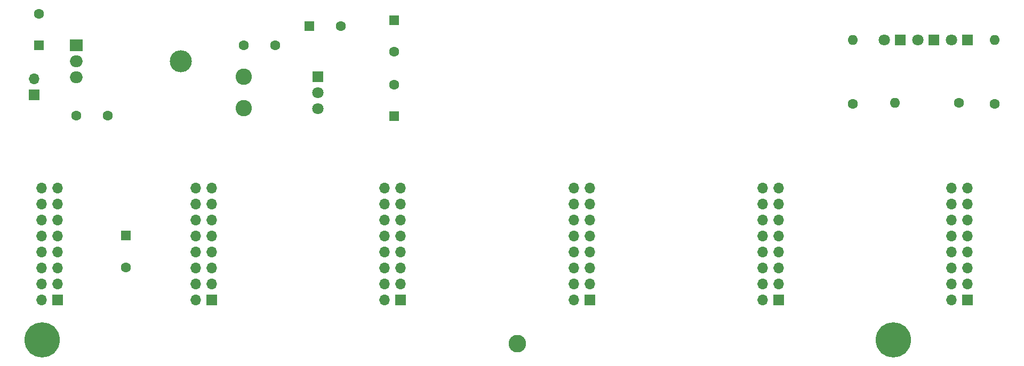
<source format=gbr>
%TF.GenerationSoftware,KiCad,Pcbnew,(6.0.1)*%
%TF.CreationDate,2023-10-18T23:48:23-07:00*%
%TF.ProjectId,Melper,4d656c70-6572-42e6-9b69-6361645f7063,3.0*%
%TF.SameCoordinates,Original*%
%TF.FileFunction,Soldermask,Bot*%
%TF.FilePolarity,Negative*%
%FSLAX46Y46*%
G04 Gerber Fmt 4.6, Leading zero omitted, Abs format (unit mm)*
G04 Created by KiCad (PCBNEW (6.0.1)) date 2023-10-18 23:48:23*
%MOMM*%
%LPD*%
G01*
G04 APERTURE LIST*
%ADD10R,1.700000X1.700000*%
%ADD11O,1.700000X1.700000*%
%ADD12C,5.600000*%
%ADD13R,1.600000X1.600000*%
%ADD14C,1.600000*%
%ADD15R,1.800000X1.800000*%
%ADD16C,1.800000*%
%ADD17O,1.600000X1.600000*%
%ADD18O,3.500000X3.500000*%
%ADD19R,2.000000X1.905000*%
%ADD20O,2.000000X1.905000*%
%ADD21C,2.800000*%
%ADD22C,2.600000*%
G04 APERTURE END LIST*
D10*
%TO.C,J7*%
X44300000Y-55650000D03*
D11*
X44300000Y-53110000D03*
%TD*%
D10*
%TO.C,J1*%
X48050000Y-88250000D03*
D11*
X45510000Y-88250000D03*
X48050000Y-85710000D03*
X45510000Y-85710000D03*
X48050000Y-83170000D03*
X45510000Y-83170000D03*
X48050000Y-80630000D03*
X45510000Y-80630000D03*
X48050000Y-78090000D03*
X45510000Y-78090000D03*
X48050000Y-75550000D03*
X45510000Y-75550000D03*
X48050000Y-73010000D03*
X45510000Y-73010000D03*
X48050000Y-70470000D03*
X45510000Y-70470000D03*
%TD*%
D12*
%TO.C,H2*%
X180760000Y-94600000D03*
%TD*%
D13*
%TO.C,C5*%
X101500000Y-43867349D03*
D14*
X101500000Y-48867349D03*
%TD*%
D15*
%TO.C,D1*%
X181795000Y-47000000D03*
D16*
X179255000Y-47000000D03*
%TD*%
D15*
%TO.C,D2*%
X187135000Y-47000000D03*
D16*
X184595000Y-47000000D03*
%TD*%
D10*
%TO.C,J5*%
X162540000Y-88280000D03*
D11*
X160000000Y-88280000D03*
X162540000Y-85740000D03*
X160000000Y-85740000D03*
X162540000Y-83200000D03*
X160000000Y-83200000D03*
X162540000Y-80660000D03*
X160000000Y-80660000D03*
X162540000Y-78120000D03*
X160000000Y-78120000D03*
X162540000Y-75580000D03*
X160000000Y-75580000D03*
X162540000Y-73040000D03*
X160000000Y-73040000D03*
X162540000Y-70500000D03*
X160000000Y-70500000D03*
%TD*%
D10*
%TO.C,J3*%
X102540000Y-88280000D03*
D11*
X100000000Y-88280000D03*
X102540000Y-85740000D03*
X100000000Y-85740000D03*
X102540000Y-83200000D03*
X100000000Y-83200000D03*
X102540000Y-80660000D03*
X100000000Y-80660000D03*
X102540000Y-78120000D03*
X100000000Y-78120000D03*
X102540000Y-75580000D03*
X100000000Y-75580000D03*
X102540000Y-73040000D03*
X100000000Y-73040000D03*
X102540000Y-70500000D03*
X100000000Y-70500000D03*
%TD*%
D15*
%TO.C,U2*%
X89400000Y-52805000D03*
D16*
X89400000Y-55345000D03*
X89400000Y-57885000D03*
%TD*%
D10*
%TO.C,J4*%
X132540000Y-88280000D03*
D11*
X130000000Y-88280000D03*
X132540000Y-85740000D03*
X130000000Y-85740000D03*
X132540000Y-83200000D03*
X130000000Y-83200000D03*
X132540000Y-80660000D03*
X130000000Y-80660000D03*
X132540000Y-78120000D03*
X130000000Y-78120000D03*
X132540000Y-75580000D03*
X130000000Y-75580000D03*
X132540000Y-73040000D03*
X130000000Y-73040000D03*
X132540000Y-70500000D03*
X130000000Y-70500000D03*
%TD*%
D13*
%TO.C,C7*%
X58900000Y-78082651D03*
D14*
X58900000Y-83082651D03*
%TD*%
%TO.C,R1*%
X174260000Y-57140000D03*
D17*
X174260000Y-46980000D03*
%TD*%
D13*
%TO.C,C6*%
X101500000Y-59042651D03*
D14*
X101500000Y-54042651D03*
%TD*%
%TO.C,C3*%
X77580000Y-47840000D03*
X82580000Y-47840000D03*
%TD*%
D18*
%TO.C,U1*%
X67660000Y-50340000D03*
D19*
X51000000Y-47800000D03*
D20*
X51000000Y-50340000D03*
X51000000Y-52880000D03*
%TD*%
D14*
%TO.C,C4*%
X51050000Y-59000000D03*
X56050000Y-59000000D03*
%TD*%
D15*
%TO.C,D3*%
X192545000Y-47000000D03*
D16*
X190005000Y-47000000D03*
%TD*%
D21*
%TO.C,TP1*%
X121050000Y-95220000D03*
%TD*%
D14*
%TO.C,R2*%
X191180000Y-57000000D03*
D17*
X181020000Y-57000000D03*
%TD*%
D14*
%TO.C,R3*%
X196810000Y-57140000D03*
D17*
X196810000Y-46980000D03*
%TD*%
D13*
%TO.C,C2*%
X88000000Y-44810000D03*
D14*
X93000000Y-44810000D03*
%TD*%
D12*
%TO.C,H1*%
X45590000Y-94600000D03*
%TD*%
D10*
%TO.C,J6*%
X192540000Y-88280000D03*
D11*
X190000000Y-88280000D03*
X192540000Y-85740000D03*
X190000000Y-85740000D03*
X192540000Y-83200000D03*
X190000000Y-83200000D03*
X192540000Y-80660000D03*
X190000000Y-80660000D03*
X192540000Y-78120000D03*
X190000000Y-78120000D03*
X192540000Y-75580000D03*
X190000000Y-75580000D03*
X192540000Y-73040000D03*
X190000000Y-73040000D03*
X192540000Y-70500000D03*
X190000000Y-70500000D03*
%TD*%
D13*
%TO.C,C1*%
X45100000Y-47800000D03*
D14*
X45100000Y-42800000D03*
%TD*%
D10*
%TO.C,J2*%
X72540000Y-88280000D03*
D11*
X70000000Y-88280000D03*
X72540000Y-85740000D03*
X70000000Y-85740000D03*
X72540000Y-83200000D03*
X70000000Y-83200000D03*
X72540000Y-80660000D03*
X70000000Y-80660000D03*
X72540000Y-78120000D03*
X70000000Y-78120000D03*
X72540000Y-75580000D03*
X70000000Y-75580000D03*
X72540000Y-73040000D03*
X70000000Y-73040000D03*
X72540000Y-70500000D03*
X70000000Y-70500000D03*
%TD*%
D22*
%TO.C,L1*%
X77570000Y-52790000D03*
X77570000Y-57790000D03*
%TD*%
M02*

</source>
